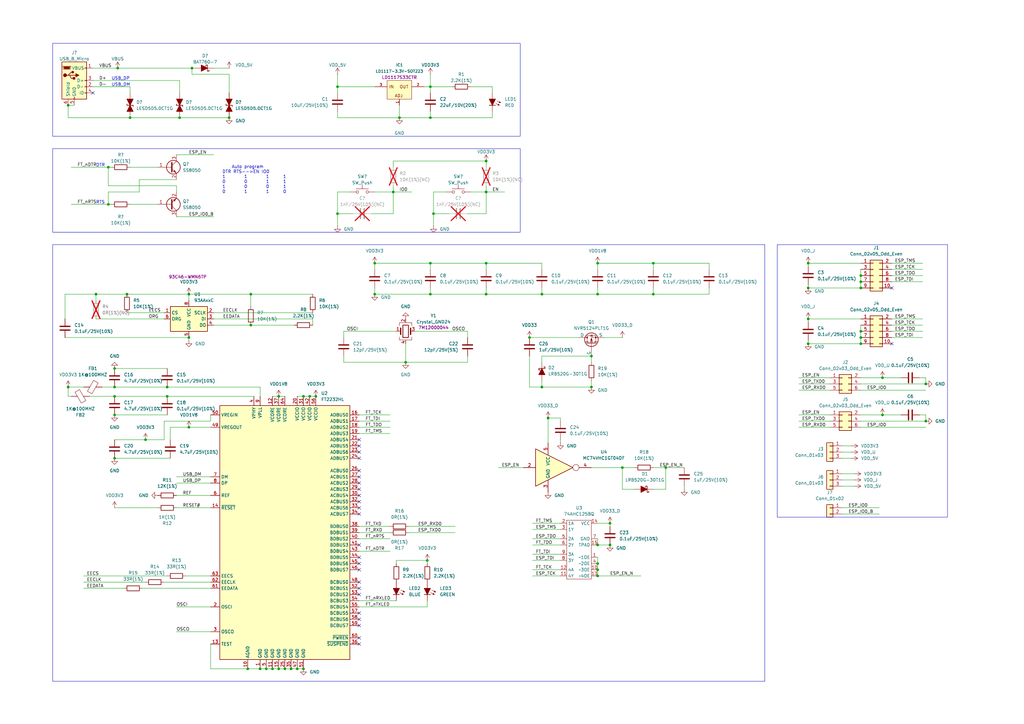
<source format=kicad_sch>
(kicad_sch (version 20250114) (generator "eeschema") (generator_version "9.0")
  (paper "A3")
  (rectangle (start 21.59 17.78) (end 213.36 55.88))
  (rectangle (start 21.59 60.96) (end 213.36 95.25))
  (rectangle (start 318.77 100.33) (end 388.62 212.09))
  (rectangle (start 21.59 100.33) (end 313.69 279.4))
  (text "     Auto program\n DTR RTS-->EN IO0\n 1        1        1      1\n 0        0        1      1\n 1        0        0      1\n 0        1        1      0" (at 90.17 73.66 0) (effects (font (size 1.27 1.27)) (justify left)))
  (text "DTR" (at 39.37 68.58 0) (effects (font (size 1.27 1.27)) (justify left bottom)))
  (text "RTS" (at 39.37 83.82 0) (effects (font (size 1.27 1.27)) (justify left bottom)))
  (text "USB_DP" (at 45.72 33.02 0) (effects (font (size 1.27 1.27)) (justify left bottom)))
  (text "USB_DM\n" (at 45.72 35.56 0) (effects (font (size 1.27 1.27)) (justify left bottom)))
  (junction (at 163.83 48.26))
  (junction (at 361.95 170.18))
  (junction (at 224.79 171.45))
  (junction (at 379.73 157.48))
  (junction (at 153.67 107.95))
  (junction (at 46.99 162.56))
  (junction (at 46.99 187.96))
  (junction (at 222.25 158.75))
  (junction (at 331.47 107.95))
  (junction (at 176.53 120.65))
  (junction (at 46.99 170.18))
  (junction (at 199.39 78.74))
  (junction (at 68.58 158.75))
  (junction (at 245.11 233.68))
  (junction (at 46.99 151.13))
  (junction (at 353.06 115.57))
  (junction (at 48.26 27.94))
  (junction (at 331.47 118.11))
  (junction (at 166.37 148.59))
  (junction (at 245.11 236.22))
  (junction (at 119.38 274.32))
  (junction (at 199.39 66.04))
  (junction (at 101.6 274.32))
  (junction (at 176.53 107.95))
  (junction (at 273.05 191.77))
  (junction (at 106.68 274.32))
  (junction (at 176.53 48.26))
  (junction (at 217.17 138.43))
  (junction (at 175.26 229.87))
  (junction (at 177.8 87.63))
  (junction (at 116.84 274.32))
  (junction (at 121.92 274.32))
  (junction (at 353.06 140.97))
  (junction (at 242.57 146.05))
  (junction (at 222.25 120.65))
  (junction (at 124.46 274.32))
  (junction (at 109.22 274.32))
  (junction (at 111.76 274.32))
  (junction (at 250.19 223.52))
  (junction (at 46.99 158.75))
  (junction (at 73.66 48.26))
  (junction (at 245.11 107.95))
  (junction (at 331.47 130.81))
  (junction (at 379.73 172.72))
  (junction (at 52.07 120.65))
  (junction (at 138.43 35.56))
  (junction (at 255.27 191.77))
  (junction (at 245.11 223.52))
  (junction (at 59.69 180.34))
  (junction (at 353.06 135.89))
  (junction (at 127 162.56))
  (junction (at 114.3 162.56))
  (junction (at 77.47 120.65))
  (junction (at 53.34 48.26))
  (junction (at 199.39 107.95))
  (junction (at 39.37 120.65))
  (junction (at 124.46 162.56))
  (junction (at 44.45 68.58))
  (junction (at 102.87 133.35))
  (junction (at 27.94 43.18))
  (junction (at 353.06 113.03))
  (junction (at 250.19 214.63))
  (junction (at 138.43 87.63))
  (junction (at 245.11 231.14))
  (junction (at 176.53 35.56))
  (junction (at 27.94 158.75))
  (junction (at 267.97 107.95))
  (junction (at 114.3 274.32))
  (junction (at 353.06 118.11))
  (junction (at 153.67 120.65))
  (junction (at 267.97 120.65))
  (junction (at 361.95 154.94))
  (junction (at 199.39 120.65))
  (junction (at 77.47 175.26))
  (junction (at 77.47 138.43))
  (junction (at 242.57 158.75))
  (junction (at 129.54 162.56))
  (junction (at 102.87 120.65))
  (junction (at 331.47 140.97))
  (junction (at 161.29 78.74))
  (junction (at 44.45 83.82))
  (junction (at 68.58 162.56))
  (junction (at 245.11 120.65))
  (junction (at 78.74 27.94))
  (junction (at 353.06 138.43))
  (junction (at 93.98 48.26))
  (no_connect (at 147.32 198.12))
  (no_connect (at 147.32 208.28))
  (no_connect (at 38.1 38.1))
  (no_connect (at 365.76 140.97))
  (no_connect (at 147.32 254))
  (no_connect (at 147.32 185.42))
  (no_connect (at 147.32 256.54))
  (no_connect (at 147.32 241.3))
  (no_connect (at 147.32 210.82))
  (no_connect (at 147.32 264.16))
  (no_connect (at 147.32 205.74))
  (no_connect (at 147.32 231.14))
  (no_connect (at 147.32 223.52))
  (no_connect (at 147.32 243.84))
  (no_connect (at 147.32 228.6))
  (no_connect (at 365.76 118.11))
  (no_connect (at 147.32 193.04))
  (no_connect (at 147.32 233.68))
  (no_connect (at 147.32 261.62))
  (no_connect (at 147.32 195.58))
  (no_connect (at 147.32 182.88))
  (no_connect (at 147.32 203.2))
  (no_connect (at 147.32 180.34))
  (no_connect (at 147.32 200.66))
  (no_connect (at 147.32 187.96))
  (no_connect (at 147.32 238.76))
  (no_connect (at 147.32 251.46))
  (wire (pts (xy 365.76 113.03) (xy 378.46 113.03)))
  (wire (pts (xy 86.36 172.72) (xy 67.31 172.72)))
  (wire (pts (xy 46.99 162.56) (xy 68.58 162.56)))
  (wire (pts (xy 327.66 172.72) (xy 340.36 172.72)))
  (wire (pts (xy 26.67 138.43) (xy 77.47 138.43)))
  (wire (pts (xy 38.1 35.56) (xy 53.34 35.56)))
  (wire (pts (xy 247.65 138.43) (xy 255.27 138.43)))
  (wire (pts (xy 77.47 139.7) (xy 77.47 138.43)))
  (wire (pts (xy 191.77 138.43) (xy 191.77 135.89)))
  (wire (pts (xy 124.46 162.56) (xy 127 162.56)))
  (wire (pts (xy 72.39 195.58) (xy 86.36 195.58)))
  (wire (pts (xy 44.45 78.74) (xy 57.15 78.74)))
  (wire (pts (xy 365.76 110.49) (xy 378.46 110.49)))
  (wire (pts (xy 147.32 246.38) (xy 162.56 246.38)))
  (wire (pts (xy 140.97 135.89) (xy 140.97 138.43)))
  (wire (pts (xy 128.27 133.35) (xy 128.27 130.81)))
  (wire (pts (xy 176.53 48.26) (xy 163.83 48.26)))
  (wire (pts (xy 349.25 182.88) (xy 345.44 182.88)))
  (wire (pts (xy 170.18 135.89) (xy 191.77 135.89)))
  (wire (pts (xy 176.53 35.56) (xy 185.42 35.56)))
  (wire (pts (xy 222.25 148.59) (xy 222.25 146.05)))
  (wire (pts (xy 121.92 162.56) (xy 124.46 162.56)))
  (wire (pts (xy 224.79 171.45) (xy 224.79 181.61)))
  (wire (pts (xy 44.45 76.2) (xy 72.39 76.2)))
  (wire (pts (xy 361.95 170.18) (xy 369.57 170.18)))
  (wire (pts (xy 44.45 68.58) (xy 44.45 76.2)))
  (wire (pts (xy 140.97 135.89) (xy 162.56 135.89)))
  (wire (pts (xy 162.56 229.87) (xy 175.26 229.87)))
  (wire (pts (xy 218.44 214.63) (xy 229.87 214.63)))
  (wire (pts (xy 331.47 139.7) (xy 331.47 140.97)))
  (wire (pts (xy 26.67 120.65) (xy 39.37 120.65)))
  (wire (pts (xy 175.26 246.38) (xy 175.26 248.92)))
  (wire (pts (xy 67.31 180.34) (xy 59.69 180.34)))
  (wire (pts (xy 199.39 118.11) (xy 199.39 120.65)))
  (wire (pts (xy 222.25 120.65) (xy 245.11 120.65)))
  (wire (pts (xy 327.66 160.02) (xy 340.36 160.02)))
  (wire (pts (xy 365.76 138.43) (xy 378.46 138.43)))
  (wire (pts (xy 138.43 38.1) (xy 138.43 35.56)))
  (wire (pts (xy 160.02 177.8) (xy 147.32 177.8)))
  (wire (pts (xy 350.52 194.31) (xy 345.44 194.31)))
  (wire (pts (xy 167.64 215.9) (xy 186.69 215.9)))
  (wire (pts (xy 222.25 158.75) (xy 242.57 158.75)))
  (wire (pts (xy 77.47 175.26) (xy 69.85 175.26)))
  (wire (pts (xy 229.87 171.45) (xy 229.87 172.72)))
  (wire (pts (xy 101.6 274.32) (xy 106.68 274.32)))
  (wire (pts (xy 353.06 133.35) (xy 353.06 135.89)))
  (wire (pts (xy 140.97 148.59) (xy 166.37 148.59)))
  (wire (pts (xy 138.43 48.26) (xy 138.43 45.72)))
  (wire (pts (xy 102.87 125.73) (xy 102.87 120.65)))
  (wire (pts (xy 34.29 241.3) (xy 50.8 241.3)))
  (wire (pts (xy 73.66 33.02) (xy 73.66 38.1)))
  (wire (pts (xy 143.51 78.74) (xy 138.43 78.74)))
  (wire (pts (xy 87.63 133.35) (xy 102.87 133.35)))
  (wire (pts (xy 255.27 200.66) (xy 260.35 200.66)))
  (wire (pts (xy 86.36 274.32) (xy 101.6 274.32)))
  (wire (pts (xy 379.73 170.18) (xy 379.73 172.72)))
  (wire (pts (xy 267.97 107.95) (xy 290.83 107.95)))
  (wire (pts (xy 27.94 48.26) (xy 53.34 48.26)))
  (wire (pts (xy 218.44 220.98) (xy 229.87 220.98)))
  (wire (pts (xy 217.17 158.75) (xy 222.25 158.75)))
  (wire (pts (xy 72.39 76.2) (xy 72.39 78.74)))
  (wire (pts (xy 46.99 208.28) (xy 64.77 208.28)))
  (wire (pts (xy 199.39 120.65) (xy 222.25 120.65)))
  (wire (pts (xy 176.53 45.72) (xy 176.53 48.26)))
  (wire (pts (xy 377.19 170.18) (xy 379.73 170.18)))
  (wire (pts (xy 273.05 191.77) (xy 280.67 191.77)))
  (wire (pts (xy 255.27 191.77) (xy 255.27 200.66)))
  (wire (pts (xy 242.57 156.21) (xy 242.57 158.75)))
  (wire (pts (xy 102.87 133.35) (xy 120.65 133.35)))
  (wire (pts (xy 350.52 199.39) (xy 345.44 199.39)))
  (wire (pts (xy 222.25 107.95) (xy 222.25 110.49)))
  (wire (pts (xy 160.02 170.18) (xy 147.32 170.18)))
  (wire (pts (xy 199.39 66.04) (xy 199.39 68.58)))
  (wire (pts (xy 138.43 30.48) (xy 138.43 35.56)))
  (wire (pts (xy 176.53 107.95) (xy 199.39 107.95)))
  (wire (pts (xy 245.11 231.14) (xy 245.11 233.68)))
  (wire (pts (xy 27.94 162.56) (xy 29.21 162.56)))
  (wire (pts (xy 46.99 170.18) (xy 68.58 170.18)))
  (wire (pts (xy 377.19 154.94) (xy 379.73 154.94)))
  (wire (pts (xy 53.34 83.82) (xy 64.77 83.82)))
  (wire (pts (xy 255.27 191.77) (xy 260.35 191.77)))
  (wire (pts (xy 147.32 248.92) (xy 175.26 248.92)))
  (wire (pts (xy 46.99 158.75) (xy 68.58 158.75)))
  (wire (pts (xy 46.99 151.13) (xy 68.58 151.13)))
  (wire (pts (xy 77.47 120.65) (xy 77.47 123.19)))
  (wire (pts (xy 46.99 187.96) (xy 69.85 187.96)))
  (wire (pts (xy 116.84 274.32) (xy 119.38 274.32)))
  (wire (pts (xy 161.29 78.74) (xy 168.91 78.74)))
  (wire (pts (xy 161.29 76.2) (xy 161.29 78.74)))
  (wire (pts (xy 267.97 120.65) (xy 290.83 120.65)))
  (wire (pts (xy 365.76 115.57) (xy 378.46 115.57)))
  (wire (pts (xy 176.53 120.65) (xy 199.39 120.65)))
  (wire (pts (xy 86.36 175.26) (xy 77.47 175.26)))
  (wire (pts (xy 379.73 172.72) (xy 353.06 172.72)))
  (wire (pts (xy 34.29 238.76) (xy 59.69 238.76)))
  (wire (pts (xy 111.76 274.32) (xy 114.3 274.32)))
  (wire (pts (xy 161.29 78.74) (xy 153.67 78.74)))
  (wire (pts (xy 72.39 248.92) (xy 86.36 248.92)))
  (wire (pts (xy 127 162.56) (xy 129.54 162.56)))
  (wire (pts (xy 177.8 87.63) (xy 184.15 87.63)))
  (wire (pts (xy 222.25 146.05) (xy 242.57 146.05)))
  (wire (pts (xy 27.94 158.75) (xy 34.29 158.75)))
  (wire (pts (xy 153.67 107.95) (xy 153.67 110.49)))
  (wire (pts (xy 138.43 87.63) (xy 138.43 92.71)))
  (wire (pts (xy 353.06 154.94) (xy 361.95 154.94)))
  (wire (pts (xy 152.4 87.63) (xy 161.29 87.63)))
  (wire (pts (xy 102.87 120.65) (xy 128.27 120.65)))
  (wire (pts (xy 166.37 148.59) (xy 191.77 148.59)))
  (wire (pts (xy 218.44 227.33) (xy 229.87 227.33)))
  (wire (pts (xy 44.45 83.82) (xy 45.72 83.82)))
  (wire (pts (xy 29.21 83.82) (xy 44.45 83.82)))
  (wire (pts (xy 39.37 120.65) (xy 52.07 120.65)))
  (wire (pts (xy 167.64 218.44) (xy 186.69 218.44)))
  (wire (pts (xy 76.2 236.22) (xy 86.36 236.22)))
  (wire (pts (xy 361.95 154.94) (xy 369.57 154.94)))
  (wire (pts (xy 48.26 27.94) (xy 78.74 27.94)))
  (wire (pts (xy 245.11 107.95) (xy 245.11 110.49)))
  (wire (pts (xy 245.11 107.95) (xy 267.97 107.95)))
  (wire (pts (xy 365.76 135.89) (xy 378.46 135.89)))
  (wire (pts (xy 250.19 214.63) (xy 250.19 215.9)))
  (wire (pts (xy 161.29 66.04) (xy 161.29 68.58)))
  (wire (pts (xy 153.67 118.11) (xy 153.67 120.65)))
  (wire (pts (xy 176.53 35.56) (xy 176.53 38.1)))
  (wire (pts (xy 119.38 274.32) (xy 121.92 274.32)))
  (wire (pts (xy 353.06 138.43) (xy 353.06 140.97)))
  (wire (pts (xy 77.47 120.65) (xy 102.87 120.65)))
  (wire (pts (xy 176.53 30.48) (xy 176.53 35.56)))
  (wire (pts (xy 290.83 110.49) (xy 290.83 107.95)))
  (wire (pts (xy 114.3 274.32) (xy 116.84 274.32)))
  (wire (pts (xy 353.06 170.18) (xy 361.95 170.18)))
  (wire (pts (xy 161.29 87.63) (xy 161.29 78.74)))
  (wire (pts (xy 182.88 78.74) (xy 177.8 78.74)))
  (wire (pts (xy 224.79 171.45) (xy 229.87 171.45)))
  (wire (pts (xy 353.06 113.03) (xy 353.06 115.57)))
  (wire (pts (xy 173.99 35.56) (xy 176.53 35.56)))
  (wire (pts (xy 177.8 78.74) (xy 177.8 87.63)))
  (wire (pts (xy 222.25 158.75) (xy 222.25 156.21)))
  (wire (pts (xy 87.63 128.27) (xy 128.27 128.27)))
  (wire (pts (xy 327.66 170.18) (xy 340.36 170.18)))
  (wire (pts (xy 153.67 107.95) (xy 176.53 107.95)))
  (wire (pts (xy 331.47 107.95) (xy 331.47 109.22)))
  (wire (pts (xy 72.39 259.08) (xy 86.36 259.08)))
  (wire (pts (xy 58.42 241.3) (xy 86.36 241.3)))
  (wire (pts (xy 176.53 118.11) (xy 176.53 120.65)))
  (wire (pts (xy 273.05 200.66) (xy 273.05 191.77)))
  (wire (pts (xy 267.97 200.66) (xy 273.05 200.66)))
  (wire (pts (xy 68.58 158.75) (xy 106.68 158.75)))
  (wire (pts (xy 138.43 87.63) (xy 144.78 87.63)))
  (wire (pts (xy 267.97 107.95) (xy 267.97 110.49)))
  (wire (pts (xy 52.07 120.65) (xy 77.47 120.65)))
  (wire (pts (xy 57.15 73.66) (xy 72.39 73.66)))
  (wire (pts (xy 245.11 228.6) (xy 245.11 231.14)))
  (wire (pts (xy 67.31 238.76) (xy 86.36 238.76)))
  (wire (pts (xy 27.94 43.18) (xy 30.48 43.18)))
  (wire (pts (xy 138.43 35.56) (xy 153.67 35.56)))
  (wire (pts (xy 86.36 264.16) (xy 86.36 274.32)))
  (wire (pts (xy 365.76 107.95) (xy 378.46 107.95)))
  (wire (pts (xy 199.39 78.74) (xy 207.01 78.74)))
  (wire (pts (xy 160.02 175.26) (xy 147.32 175.26)))
  (wire (pts (xy 245.11 120.65) (xy 267.97 120.65)))
  (wire (pts (xy 86.36 170.18) (xy 86.36 172.72)))
  (wire (pts (xy 106.68 274.32) (xy 109.22 274.32)))
  (wire (pts (xy 331.47 116.84) (xy 331.47 118.11)))
  (wire (pts (xy 199.39 107.95) (xy 222.25 107.95)))
  (wire (pts (xy 38.1 27.94) (xy 48.26 27.94)))
  (wire (pts (xy 218.44 233.68) (xy 229.87 233.68)))
  (wire (pts (xy 26.67 120.65) (xy 26.67 130.81)))
  (wire (pts (xy 114.3 162.56) (xy 116.84 162.56)))
  (wire (pts (xy 69.85 175.26) (xy 69.85 180.34)))
  (wire (pts (xy 242.57 191.77) (xy 255.27 191.77)))
  (wire (pts (xy 327.66 157.48) (xy 340.36 157.48)))
  (wire (pts (xy 138.43 78.74) (xy 138.43 87.63)))
  (wire (pts (xy 245.11 223.52) (xy 250.19 223.52)))
  (wire (pts (xy 353.06 107.95) (xy 331.47 107.95)))
  (wire (pts (xy 39.37 123.19) (xy 39.37 120.65)))
  (wire (pts (xy 147.32 220.98) (xy 160.02 220.98)))
  (wire (pts (xy 245.11 236.22) (xy 262.89 236.22)))
  (wire (pts (xy 59.69 180.34) (xy 46.99 180.34)))
  (wire (pts (xy 36.83 162.56) (xy 46.99 162.56)))
  (wire (pts (xy 53.34 48.26) (xy 73.66 48.26)))
  (wire (pts (xy 331.47 130.81) (xy 331.47 132.08)))
  (wire (pts (xy 72.39 208.28) (xy 86.36 208.28)))
  (wire (pts (xy 280.67 200.66) (xy 280.67 199.39)))
  (wire (pts (xy 147.32 218.44) (xy 160.02 218.44)))
  (wire (pts (xy 353.06 135.89) (xy 353.06 138.43)))
  (wire (pts (xy 365.76 133.35) (xy 378.46 133.35)))
  (wire (pts (xy 199.39 78.74) (xy 193.04 78.74)))
  (wire (pts (xy 201.93 35.56) (xy 201.93 38.1)))
  (wire (pts (xy 38.1 33.02) (xy 73.66 33.02)))
  (wire (pts (xy 87.63 27.94) (xy 93.98 27.94)))
  (wire (pts (xy 44.45 68.58) (xy 45.72 68.58)))
  (wire (pts (xy 72.39 88.9) (xy 87.63 88.9)))
  (wire (pts (xy 177.8 87.63) (xy 177.8 92.71)))
  (wire (pts (xy 44.45 78.74) (xy 44.45 83.82)))
  (wire (pts (xy 350.52 196.85) (xy 345.44 196.85)))
  (wire (pts (xy 327.66 154.94) (xy 340.36 154.94)))
  (wire (pts (xy 267.97 118.11) (xy 267.97 120.65)))
  (wire (pts (xy 191.77 87.63) (xy 199.39 87.63)))
  (wire (pts (xy 245.11 233.68) (xy 245.11 236.22)))
  (wire (pts (xy 52.07 128.27) (xy 67.31 128.27)))
  (wire (pts (xy 331.47 118.11) (xy 353.06 118.11)))
  (wire (pts (xy 41.91 158.75) (xy 46.99 158.75)))
  (wire (pts (xy 353.06 160.02) (xy 379.73 160.02)))
  (wire (pts (xy 163.83 43.18) (xy 163.83 48.26)))
  (wire (pts (xy 78.74 30.48) (xy 93.98 30.48)))
  (wire (pts (xy 379.73 154.94) (xy 379.73 157.48)))
  (wire (pts (xy 78.74 27.94) (xy 78.74 30.48)))
  (wire (pts (xy 166.37 148.59) (xy 166.37 140.97)))
  (wire (pts (xy 218.44 229.87) (xy 229.87 229.87)))
  (wire (pts (xy 29.21 68.58) (xy 44.45 68.58)))
  (wire (pts (xy 162.56 231.14) (xy 162.56 229.87)))
  (wire (pts (xy 218.44 236.22) (xy 229.87 236.22)))
  (wire (pts (xy 93.98 30.48) (xy 93.98 38.1)))
  (wire (pts (xy 72.39 63.5) (xy 87.63 63.5)))
  (wire (pts (xy 345.44 210.82) (xy 360.68 210.82)))
  (wire (pts (xy 199.39 107.95) (xy 199.39 110.49)))
  (wire (pts (xy 27.94 158.75) (xy 27.94 162.56)))
  (wire (pts (xy 349.25 185.42) (xy 345.44 185.42)))
  (wire (pts (xy 67.31 172.72) (xy 67.31 180.34)))
  (wire (pts (xy 327.66 175.26) (xy 340.36 175.26)))
  (wire (pts (xy 365.76 130.81) (xy 378.46 130.81)))
  (wire (pts (xy 267.97 191.77) (xy 273.05 191.77)))
  (wire (pts (xy 229.87 181.61) (xy 229.87 180.34)))
  (wire (pts (xy 175.26 229.87) (xy 175.26 231.14)))
  (wire (pts (xy 242.57 146.05) (xy 242.57 148.59)))
  (wire (pts (xy 68.58 162.56) (xy 104.14 162.56)))
  (wire (pts (xy 160.02 226.06) (xy 147.32 226.06)))
  (wire (pts (xy 199.39 87.63) (xy 199.39 78.74)))
  (wire (pts (xy 27.94 48.26) (xy 27.94 43.18)))
  (wire (pts (xy 53.34 68.58) (xy 64.77 68.58)))
  (wire (pts (xy 72.39 198.12) (xy 86.36 198.12)))
  (wire (pts (xy 111.76 162.56) (xy 114.3 162.56)))
  (wire (pts (xy 78.74 27.94) (xy 80.01 27.94)))
  (wire (pts (xy 201.93 45.72) (xy 201.93 48.26)))
  (wire (pts (xy 345.44 208.28) (xy 360.68 208.28)))
  (wire (pts (xy 379.73 157.48) (xy 353.06 157.48)))
  (wire (pts (xy 176.53 107.95) (xy 176.53 110.49)))
  (wire (pts (xy 57.15 78.74) (xy 57.15 73.66)))
  (wire (pts (xy 217.17 146.05) (xy 217.17 158.75)))
  (wire (pts (xy 87.63 130.81) (xy 128.27 130.81)))
  (wire (pts (xy 34.29 236.22) (xy 68.58 236.22)))
  (wire (pts (xy 222.25 118.11) (xy 222.25 120.65)))
  (wire (pts (xy 204.47 191.77) (xy 214.63 191.77)))
  (wire (pts (xy 109.22 274.32) (xy 111.76 274.32)))
  (wire (pts (xy 201.93 48.26) (xy 176.53 48.26)))
  (wire (pts (xy 217.17 138.43) (xy 237.49 138.43)))
  (wire (pts (xy 245.11 118.11) (xy 245.11 120.65)))
  (wire (pts (xy 39.37 130.81) (xy 67.31 130.81)))
  (wire (pts (xy 199.39 76.2) (xy 199.39 78.74)))
  (wire (pts (xy 353.06 110.49) (xy 353.06 113.03)))
  (wire (pts (xy 353.06 115.57) (xy 353.06 118.11)))
  (wire (pts (xy 72.39 203.2) (xy 86.36 203.2)))
  (wire (pts (xy 163.83 48.26) (xy 138.43 48.26)))
  (wire (pts (xy 121.92 274.32) (xy 124.46 274.32)))
  (wire (pts (xy 193.04 35.56) (xy 201.93 35.56)))
  (wire (pts (xy 53.34 35.56) (xy 53.34 38.1)))
  (wire (pts (xy 153.67 120.65) (xy 176.53 120.65)))
  (wire (pts (xy 218.44 223.52) (xy 229.87 223.52)))
  (wire (pts (xy 331.47 140.97) (xy 353.06 140.97)))
  (wire (pts (xy 106.68 162.56) (xy 106.68 158.75)))
  (wire (pts (xy 140.97 146.05) (xy 140.97 148.59)))
  (wire (pts (xy 290.83 120.65) (xy 290.83 118.11)))
  (wire (pts (xy 161.29 66.04) (xy 199.39 66.04)))
  (wire (pts (xy 353.06 175.26) (xy 379.73 175.26)))
  (wire (pts (xy 218.44 217.17) (xy 229.87 217.17)))
  (wire (pts (xy 245.11 220.98) (xy 245.11 223.52)))
  (wire (pts (xy 245.11 214.63) (xy 250.19 214.63)))
  (wire (pts (xy 349.25 187.96) (xy 345.44 187.96)))
  (wire (pts (xy 191.77 148.59) (xy 191.77 146.05)))
  (wire (pts (xy 353.06 130.81) (xy 331.47 130.81)))
  (wire (pts (xy 147.32 215.9) (xy 160.02 215.9)))
  (wire (pts (xy 73.66 48.26) (xy 93.98 48.26)))
  (wire (pts (xy 160.02 172.72) (xy 147.32 172.72)))
  (label "D+" (at 40.64 33.02 0))
  (label "ESP_IO0_B" (at 77.47 88.9 0))
  (label "REF" (at 74.93 203.2 0))
  (label "ESP_EN" (at 328.93 170.18 0))
  (label "ESP_TDI" (at 219.71 229.87 0))
  (label "D-" (at 40.64 35.56 0))
  (label "OSCO" (at 72.39 259.08 0))
  (label "ESP_TDI" (at 367.03 115.57 0))
  (label "FT_TMS" (at 219.71 214.63 0))
  (label "ESP_EN" (at 328.93 154.94 0))
  (label "FT_nDTR" (at 149.86 226.06 0))
  (label "EECLK" (at 35.5768 238.76 0))
  (label "FT_TXD" (at 149.86 215.9 0))
  (label "FT_TDI" (at 219.71 227.33 0))
  (label "EEDATA" (at 91.44 130.81 0))
  (label "ESP_TDO" (at 367.03 113.03 0))
  (label "EECS" (at 60.96 128.27 0))
  (label "VBUS" (at 40.64 27.94 0))
  (label "ESP_EN_N" (at 270.51 191.77 0))
  (label "FT_TDO" (at 149.86 175.26 0))
  (label "FT_RXD" (at 149.86 218.44 0))
  (label "RESET#" (at 74.93 208.28 0))
  (label "FT_TDO" (at 219.71 223.52 0))
  (label "FT_nRXLED" (at 149.86 246.38 0))
  (label "ESP_TDO" (at 219.71 220.98 0))
  (label "IO0" (at 163.83 78.74 0))
  (label "FT_nDTR" (at 31.75 68.58 0))
  (label "FT_nRTS" (at 31.75 83.82 0))
  (label "ESP_IO0" (at 347.98 208.28 0))
  (label "FT_TMS" (at 149.86 177.8 0))
  (label "ESP_EN" (at 205.74 191.77 0))
  (label "USB_DP" (at 74.93 198.12 0))
  (label "FT_nTXLED" (at 149.86 248.92 0))
  (label "OSCO" (at 185.42 135.89 0))
  (label "ESP_TXD0" (at 328.93 172.72 0))
  (label "EECLK" (at 91.44 128.27 0))
  (label "FT_TCK" (at 149.86 170.18 0))
  (label "ESP_RXD0" (at 328.93 175.26 0))
  (label "ESP_TMS" (at 367.03 107.95 0))
  (label "ESP_IO0_B" (at 347.98 210.82 0))
  (label "EN" (at 201.93 78.74 0))
  (label "ESP_TMS" (at 219.71 217.17 0))
  (label "ESP_EN_N" (at 250.19 236.22 0))
  (label "USB_DM" (at 74.93 195.58 0))
  (label "ESP_IO0" (at 355.6 175.26 0))
  (label "ESP_TMS" (at 367.03 130.81 0))
  (label "ESP_TXD0" (at 328.93 157.48 0))
  (label "ESP_TCK" (at 367.03 133.35 0))
  (label "ESP_IO0" (at 355.6 160.02 0))
  (label "EEDATA" (at 35.56 241.3 0))
  (label "ESP_TXD0" (at 171.45 218.44 0))
  (label "ESP_TDO" (at 367.03 135.89 0))
  (label "ESP_EN" (at 77.47 63.5 0))
  (label "OSCI" (at 142.24 135.89 0))
  (label "FT_nRTS" (at 149.86 220.98 0))
  (label "ESP_RXD0" (at 171.45 215.9 0))
  (label "ESP_TCK" (at 219.71 236.22 0))
  (label "ESP_TCK" (at 367.03 110.49 0))
  (label "FT_TDI" (at 149.86 172.72 0))
  (label "ORG" (at 60.96 130.81 0))
  (label "EECS" (at 35.5768 236.22 0))
  (label "ESP_TDI" (at 367.03 138.43 0))
  (label "OSCI" (at 72.39 248.92 0))
  (label "FT_TCK" (at 219.71 233.68 0))
  (label "ESP_RXD0" (at 328.93 160.02 0))
  (symbol (lib_id "PCM_Resistor_AKL:R_1206") (at 124.46 133.35 270) (unit 1)
    (property "Reference" "R8" (at 124.46 127 90))
    (property "Value" "2.2K(1%)" (at 124.46 129.54 90))
    (property "Footprint" "PCM_Resistor_SMD_AKL:R_1206_3216Metric" (effects (hide yes)))
    (property "Description" "SMD 1206 Chip Resistor, European Symbol, Alternate KiCad Library" (effects (hide yes)))
  )
  (symbol (lib_id "PCM_Resistor_AKL:R_1206") (at 52.07 124.46 180) (unit 1)
    (property "Reference" "R5" (at 54.61 123.1899 0) (effects (justify right)))
    (property "Value" "10K(1%)" (at 54.61 125.7299 0) (effects (justify right)))
    (property "Footprint" "PCM_Resistor_SMD_AKL:R_1206_3216Metric" (effects (hide yes)))
    (property "Description" "SMD 1206 Chip Resistor, European Symbol, Alternate KiCad Library" (effects (hide yes)))
  )
  (symbol (lib_id "Transistor_BJT:SS8050") (at 69.85 68.58 0) (unit 1)
    (property "Reference" "Q?" (at 74.93 67.3099 0) (effects (justify left)))
    (property "Value" "SS8050" (at 74.93 69.8499 0) (effects (justify left)))
    (property "Footprint" "Package_TO_SOT_SMD:SOT-23" (effects (hide yes)))
    (property "Datasheet" "http://www.secosgmbh.com/datasheet/products/SSMPTransistor/SOT-23/SS8050.pdf" (effects (hide yes)))
    (property "Description" "General Purpose NPN Transistor, 1.5A Ic, 25V Vce, SOT-23" (effects (hide yes)))
  )
  (symbol (lib_id "power:GND") (at 250.19 223.52 0) (unit 1)
    (property "Reference" "#PWR038" (effects (hide yes)))
    (property "Value" "GND" (at 252.73 224.7899 0) (effects (justify left)))
    (property "Description" "Power symbol creates a global label with name \"GND\" , ground" (effects (hide yes)))
  )
  (symbol (lib_id "PCM_Resistor_AKL:R_1206") (at 49.53 83.82 90) (unit 1)
    (property "Reference" "R?" (at 49.53 88.9 90))
    (property "Value" "10K(1%)" (at 49.53 91.44 90))
    (property "Footprint" "PCM_Resistor_SMD_AKL:R_1206_3216Metric" (effects (hide yes)))
    (property "Description" "SMD 1206 Chip Resistor, European Symbol, Alternate KiCad Library" (effects (hide yes)))
  )
  (symbol (lib_id "PCM_Capacitor_AKL:C_1206") (at 153.67 114.3 180) (unit 1)
    (property "Reference" "C7" (at 157.48 113.0299 0) (effects (justify right)))
    (property "Value" "0.1uF/25V(10%)" (at 157.48 115.5699 0) (effects (justify right)))
    (property "Footprint" "PCM_Capacitor_SMD_AKL:C_1206_3216Metric" (effects (hide yes)))
    (property "Description" "SMD 1206 MLCC capacitor, Alternate KiCad Library" (effects (hide yes)))
  )
  (symbol (lib_id "PCM_Resistor_AKL:R_1206") (at 54.61 241.3 270) (unit 1)
    (property "Reference" "R15" (at 54.61 234.95 90))
    (property "Value" "33R(1%)" (at 54.61 237.49 90))
    (property "Footprint" "PCM_Resistor_SMD_AKL:R_1206_3216Metric" (effects (hide yes)))
    (property "Description" "SMD 1206 Chip Resistor, European Symbol, Alternate KiCad Library" (effects (hide yes)))
  )
  (symbol (lib_id "PCM_Capacitor_AKL:C_1206") (at 68.58 166.37 180) (unit 1)
    (property "Reference" "C18" (at 72.39 165.0999 0) (effects (justify right)))
    (property "Value" "0.1uF/25V(10%)" (at 72.39 167.6399 0) (effects (justify right)))
    (property "Footprint" "PCM_Capacitor_SMD_AKL:C_1206_3216Metric" (effects (hide yes)))
    (property "Description" "SMD 1206 MLCC capacitor, Alternate KiCad Library" (effects (hide yes)))
  )
  (symbol (lib_id "PCM_Capacitor_AKL:C_1206") (at 187.96 87.63 270) (unit 1) (dnp yes)
    (property "Reference" "C?" (at 187.96 81.28 90))
    (property "Value" "1nF/25V(10%)(NC)" (at 187.96 83.82 90))
    (property "Footprint" "PCM_Capacitor_SMD_AKL:C_1206_3216Metric" (effects (hide yes)))
    (property "Description" "SMD 1206 MLCC capacitor, Alternate KiCad Library" (effects (hide yes)))
  )
  (symbol (lib_id "power:GND") (at 138.43 92.71 0) (unit 1)
    (property "Reference" "#PWR?" (effects (hide yes)))
    (property "Value" "GND" (at 140.97 93.9799 0) (effects (justify left)))
    (property "Description" "Power symbol creates a global label with name \"GND\" , ground" (effects (hide yes)))
  )
  (symbol (lib_id "power:GND") (at 379.73 157.48 90) (unit 1)
    (property "Reference" "#PWR010" (effects (hide yes)))
    (property "Value" "GND" (at 383.54 157.4799 90) (effects (justify right)))
    (property "Description" "Power symbol creates a global label with name \"GND\" , ground" (effects (hide yes)))
  )
  (symbol (lib_id "power:+5V") (at 350.52 196.85 270) (unit 1)
    (property "Reference" "#PWR018" (effects (hide yes)))
    (property "Value" "VDD_J" (at 354.2438 196.8499 90) (effects (justify left)))
    (property "Description" "Power symbol creates a global label with name \"+5V\"" (effects (hide yes)))
  )
  (symbol (lib_id "power:GND") (at 124.46 274.32 0) (unit 1)
    (property "Reference" "#PWR025" (effects (hide yes)))
    (property "Value" "GND" (at 127 275.5899 0) (effects (justify left)))
    (property "Description" "Power symbol creates a global label with name \"GND\" , ground" (effects (hide yes)))
  )
  (symbol (lib_id "Connector_Generic:Conn_02x03_Odd_Even") (at 345.44 172.72 0) (unit 1)
    (property "Reference" "J5" (at 346.71 163.83 0))
    (property "Value" "Conn_02x03_Odd_Even" (at 346.71 166.37 0))
    (property "Description" "Generic connector, double row, 02x03, odd/even pin numbering scheme (row 1 odd numbers, row 2 even numbers), script generated (kicad-library-utils/schlib/autogen/connector/)" (effects (hide yes)))
  )
  (symbol (lib_id "power:+5V") (at 331.47 107.95 0) (unit 1)
    (property "Reference" "#PWR05" (effects (hide yes)))
    (property "Value" "VDD_J" (at 331.47 102.87 0))
    (property "Description" "Power symbol creates a global label with name \"+5V\"" (effects (hide yes)))
  )
  (symbol (lib_id "power:GND") (at 77.47 139.7 0) (unit 1)
    (property "Reference" "#PWR023" (effects (hide yes)))
    (property "Value" "GND" (at 80.01 140.9699 0) (effects (justify left)))
    (property "Description" "Power symbol creates a global label with name \"GND\" , ground" (effects (hide yes)))
  )
  (symbol (lib_id "Interface_USB:FT2232HL") (at 116.84 218.44 0) (unit 1)
    (property "Reference" "U2" (at 131.6833 161.29 0) (effects (justify left)))
    (property "Value" "FT2232HL" (at 131.6833 163.83 0) (effects (justify left)))
    (property "Footprint" "Package_QFP:LQFP-64_10x10mm_P0.5mm" (effects (hide yes)))
    (property "Datasheet" "https://www.ftdichip.com/Support/Documents/DataSheets/ICs/DS_FT2232H.pdf" (effects (hide yes)))
    (property "Description" "Hi Speed Double Channel USB UART/FIFO, LQFP-64" (effects (hide yes)))
  )
  (symbol (lib_id "Connector_Generic:Conn_01x03") (at 340.36 196.85 0) (mirror y) (unit 1)
    (property "Reference" "J6" (at 337.82 195.5799 0) (effects (justify left)))
    (property "Value" "Conn_01x03" (at 337.82 198.1199 0) (effects (justify left)))
    (property "Description" "Generic connector, single row, 01x03, script generated (kicad-library-utils/schlib/autogen/connector/)" (effects (hide yes)))
  )
  (symbol (lib_id "power:+5V") (at 217.17 138.43 0) (unit 1)
    (property "Reference" "#PWR045" (effects (hide yes)))
    (property "Value" "VDD33" (at 217.17 133.35 0))
    (property "Description" "Power symbol creates a global label with name \"+5V\"" (effects (hide yes)))
  )
  (symbol (lib_id "power:+5V") (at 153.67 107.95 0) (unit 1)
    (property "Reference" "#PWR019" (effects (hide yes)))
    (property "Value" "VDD3V3" (at 153.67 102.87 0))
    (property "Description" "Power symbol creates a global label with name \"+5V\"" (effects (hide yes)))
  )
  (symbol (lib_id "Library:LESD5D5.0CT1G") (at 93.98 43.18 90) (unit 1)
    (property "Reference" "D?" (at 96.52 41.9099 90) (effects (justify right)))
    (property "Value" "LESD5D5.0CT1G" (at 96.52 44.4499 90) (effects (justify right)))
    (property "Footprint" "Diode_SMD:D_SOD-523" (effects (hide yes)))
    (property "Datasheet" "https://www.jlc-smt.com/lcsc/detail?componentCode=C383211&spm=smt-pc.search-result.list.0" (effects (hide yes)))
    (property "Description" "Bidirectional TVS Diode, Generic symbol, Alternate KiCAD Library" (effects (hide yes)))
  )
  (symbol (lib_id "power:+5V") (at 59.69 180.34 0) (unit 1)
    (property "Reference" "#PWR031" (effects (hide yes)))
    (property "Value" "VDD3V3" (at 59.69 175.26 0))
    (property "Description" "Power symbol creates a global label with name \"+5V\"" (effects (hide yes)))
  )
  (symbol (lib_id "power:+5V") (at 199.39 66.04 0) (unit 1)
    (property "Reference" "#PWR04" (effects (hide yes)))
    (property "Value" "VDD3V3" (at 199.39 62.23 0))
    (property "Description" "Power symbol creates a global label with name \"+5V\"" (effects (hide yes)))
  )
  (symbol (lib_id "PCM_Resistor_AKL:R_1206") (at 128.27 124.46 180) (unit 1)
    (property "Reference" "R6" (at 130.81 123.1899 0) (effects (justify right)))
    (property "Value" "10K(1%)" (at 130.81 125.7299 0) (effects (justify right)))
    (property "Footprint" "PCM_Resistor_SMD_AKL:R_1206_3216Metric" (effects (hide yes)))
    (property "Description" "SMD 1206 Chip Resistor, European Symbol, Alternate KiCad Library" (effects (hide yes)))
  )
  (symbol (lib_id "power:GND") (at 93.98 48.26 0) (unit 1)
    (property "Reference" "#PWR?" (effects (hide yes)))
    (property "Value" "GND" (at 96.52 49.5299 0) (effects (justify left)))
    (property "Description" "Power symbol creates a global label with name \"GND\" , ground" (effects (hide yes)))
  )
  (symbol (lib_id "PCM_Resistor_AKL:R_1206") (at 49.53 68.58 90) (unit 1)
    (property "Reference" "R?" (at 49.53 63.5 90))
    (property "Value" "10K(1%)" (at 49.53 66.04 90))
    (property "Footprint" "PCM_Resistor_SMD_AKL:R_1206_3216Metric" (effects (hide yes)))
    (property "Description" "SMD 1206 Chip Resistor, European Symbol, Alternate KiCad Library" (effects (hide yes)))
  )
  (symbol (lib_id "power:+5V") (at 176.53 30.48 0) (unit 1)
    (property "Reference" "#PWR02" (effects (hide yes)))
    (property "Value" "VDD3V3" (at 176.53 26.67 0))
    (property "Description" "Power symbol creates a global label with name \"+5V\"" (effects (hide yes)))
  )
  (symbol (lib_id "power:+5V") (at 361.95 170.18 0) (unit 1)
    (property "Reference" "#PWR011" (effects (hide yes)))
    (property "Value" "VDD_U" (at 361.95 165.1 0))
    (property "Description" "Power symbol creates a global label with name \"+5V\"" (effects (hide yes)))
  )
  (symbol (lib_id "power:+5V") (at 175.26 229.87 0) (unit 1)
    (property "Reference" "#PWR024" (effects (hide yes)))
    (property "Value" "VDD3V3" (at 175.26 224.79 0))
    (property "Description" "Power symbol creates a global label with name \"+5V\"" (effects (hide yes)))
  )
  (symbol (lib_id "Connector_Generic:Conn_02x05_Odd_Even") (at 358.14 113.03 0) (unit 1)
    (property "Reference" "J1" (at 359.41 101.6 0))
    (property "Value" "Conn_02x05_Odd_Even" (at 359.41 104.14 0))
    (property "Description" "Generic connector, double row, 02x05, odd/even pin numbering scheme (row 1 odd numbers, row 2 even numbers), script generated (kicad-library-utils/schlib/autogen/connector/)" (effects (hide yes)))
  )
  (symbol (lib_id "Connector:USB_B_Micro") (at 30.48 33.02 0) (unit 1)
    (property "Reference" "J?" (at 30.48 21.59 0))
    (property "Value" "USB_B_Micro" (at 30.48 24.13 0))
    (property "Description" "USB Micro Type B connector" (effects (hide yes)))
  )
  (symbol (lib_id "PCM_Capacitor_AKL:C_1206") (at 280.67 195.58 180) (unit 1)
    (property "Reference" "C25" (at 284.48 194.3099 0) (effects (justify right)))
    (property "Value" "1uF/25V(10%)" (at 284.48 196.8499 0) (effects (justify right)))
    (property "Footprint" "PCM_Capacitor_SMD_AKL:C_1206_3216Metric" (effects (hide yes)))
    (property "Description" "SMD 1206 MLCC capacitor, Alternate KiCad Library" (effects (hide yes)))
  )
  (symbol (lib_id "Connector_Generic:Conn_02x05_Odd_Even") (at 358.14 135.89 0) (unit 1)
    (property "Reference" "J4" (at 359.41 124.46 0))
    (property "Value" "Conn_02x05_Odd_Even" (at 359.41 127 0))
    (property "Description" "Generic connector, double row, 02x05, odd/even pin numbering scheme (row 1 odd numbers, row 2 even numbers), script generated (kicad-library-utils/schlib/autogen/connector/)" (effects (hide yes)))
  )
  (symbol (lib_id "PCM_Resistor_AKL:R_1206") (at 189.23 35.56 90) (unit 1)
    (property "Reference" "R1" (at 189.23 30.48 90))
    (property "Value" "2.2K(1%)" (at 189.23 33.02 90))
    (property "Footprint" "PCM_Resistor_SMD_AKL:R_1206_3216Metric" (effects (hide yes)))
    (property "Description" "SMD 1206 Chip Resistor, European Symbol, Alternate KiCad Library" (effects (hide yes)))
  )
  (symbol (lib_id "power:+5V") (at 331.47 130.81 0) (unit 1)
    (property "Reference" "#PWR08" (effects (hide yes)))
    (property "Value" "VDD_J" (at 331.47 125.73 0))
    (property "Description" "Power symbol creates a global label with name \"+5V\"" (effects (hide yes)))
  )
  (symbol (lib_id "power:+5V") (at 138.43 30.48 0) (unit 1)
    (property "Reference" "#PWR01" (effects (hide yes)))
    (property "Value" "VDD_5V" (at 138.43 26.67 0))
    (property "Description" "Power symbol creates a global label with name \"+5V\"" (effects (hide yes)))
  )
  (symbol (lib_id "power:GND") (at 177.8 92.71 0) (unit 1)
    (property "Reference" "#PWR?" (effects (hide yes)))
    (property "Value" "GND" (at 180.34 93.9799 0) (effects (justify left)))
    (property "Description" "Power symbol creates a global label with name \"GND\" , ground" (effects (hide yes)))
  )
  (symbol (lib_id "PCM_Capacitor_AKL:C_1206") (at 222.25 114.3 180) (unit 1)
    (property "Reference" "C10" (at 226.06 113.0299 0) (effects (justify right)))
    (property "Value" "0.1uF/25V(10%)" (at 226.06 115.5699 0) (effects (justify right)))
    (property "Footprint" "PCM_Capacitor_SMD_AKL:C_1206_3216Metric" (effects (hide yes)))
    (property "Description" "SMD 1206 MLCC capacitor, Alternate KiCad Library" (effects (hide yes)))
  )
  (symbol (lib_id "power:+5V") (at 349.25 182.88 270) (unit 1)
    (property "Reference" "#PWR013" (effects (hide yes)))
    (property "Value" "VDD3V3" (at 353.06 182.8799 90) (effects (justify left)))
    (property "Description" "Power symbol creates a global label with name \"+5V\"" (effects (hide yes)))
  )
  (symbol (lib_id "power:+5V") (at 27.94 158.75 0) (unit 1)
    (property "Reference" "#PWR030" (effects (hide yes)))
    (property "Value" "VDD3V3" (at 27.94 153.67 0))
    (property "Description" "Power symbol creates a global label with name \"+5V\"" (effects (hide yes)))
  )
  (symbol (lib_id "power:GND") (at 224.79 201.93 0) (unit 1)
    (property "Reference" "#PWR041" (effects (hide yes)))
    (property "Value" "GND" (at 227.33 203.1999 0) (effects (justify left)))
    (property "Description" "Power symbol creates a global label with name \"GND\" , ground" (effects (hide yes)))
  )
  (symbol (lib_id "PCM_Capacitor_AKL:C_1206") (at 290.83 114.3 180) (unit 1)
    (property "Reference" "C13" (at 294.64 113.0299 0) (effects (justify right)))
    (property "Value" "0.1uF/25V(10%)" (at 294.64 115.5699 0) (effects (justify right)))
    (property "Footprint" "PCM_Capacitor_SMD_AKL:C_1206_3216Metric" (effects (hide yes)))
    (property "Description" "SMD 1206 MLCC capacitor, Alternate KiCad Library" (effects (hide yes)))
  )
  (symbol (lib_id "power:GND") (at 379.73 172.72 90) (unit 1)
    (property "Reference" "#PWR012" (effects (hide yes)))
    (property "Value" "GND" (at 383.54 172.7199 90) (effects (justify right)))
    (property "Description" "Power symbol creates a global label with name \"GND\" , ground" (effects (hide yes)))
  )
  (symbol (lib_id "power:+5V") (at 255.27 138.43 0) (unit 1)
    (property "Reference" "#PWR044" (effects (hide yes)))
    (property "Value" "VDD33_D" (at 255.27 133.35 0))
    (property "Description" "Power symbol creates a global label with name \"+5V\"" (effects (hide yes)))
  )
  (symbol (lib_id "PCM_Resistor_AKL:R_1206") (at 63.5 238.76 270) (unit 1)
    (property "Reference" "R14" (at 63.5 232.41 90))
    (property "Value" "33R(1%)" (at 63.5 234.95 90))
    (property "Footprint" "PCM_Resistor_SMD_AKL:R_1206_3216Metric" (effects (hide yes)))
    (property "Description" "SMD 1206 Chip Resistor, European Symbol, Alternate KiCad Library" (effects (hide yes)))
  )
  (symbol (lib_id "Switch:SW_Push") (at 148.59 78.74 0) (unit 1)
    (property "Reference" "SW?" (at 148.59 72.39 0))
    (property "Value" "SW_Push" (at 148.59 74.93 0))
    (property "Footprint" "Button_Switch_THT:SW_PUSH_6mm_H7.3mm" (effects (hide yes)))
    (property "Description" "Push button switch, generic, two pins" (effects (hide yes)))
  )
  (symbol (lib_id "Switch:SW_Push") (at 187.96 78.74 0) (unit 1)
    (property "Reference" "SW?" (at 187.96 72.39 0))
    (property "Value" "SW_Push" (at 187.96 74.93 0))
    (property "Footprint" "Button_Switch_THT:SW_PUSH_6mm_H7.3mm" (effects (hide yes)))
    (property "Description" "Push button switch, generic, two pins" (effects (hide yes)))
  )
  (symbol (lib_id "PCM_Capacitor_AKL:C_1206") (at 191.77 142.24 0) (mirror x) (unit 1)
    (property "Reference" "C22" (at 187.96 140.9699 0) (effects (justify right)))
    (property "Value" "12pF/25V(5%)" (at 187.96 143.5099 0) (effects (justify right)))
    (property "Footprint" "PCM_Capacitor_SMD_AKL:C_1206_3216Metric" (effects (hide yes)))
    (property "Description" "SMD 1206 MLCC capacitor, Alternate KiCad Library" (effects (hide yes)))
  )
  (symbol (lib_id "power:+5V") (at 361.95 154.94 0) (unit 1)
    (property "Reference" "#PWR06" (effects (hide yes)))
    (property "Value" "VDD_U" (at 361.95 149.86 0))
    (property "Description" "Power symbol creates a global label with name \"+5V\"" (effects (hide yes)))
  )
  (symbol (lib_id "PCM_LED_AKL:LED_1206") (at 201.93 41.91 270) (unit 1)
    (property "Reference" "LED1" (at 207.01 40.6399 90) (effects (justify left)))
    (property "Value" "RED" (at 207.01 43.1799 90) (effects (justify left)))
    (property "Footprint" "PCM_LED_SMD_AKL:LED_1206_3216Metric" (effects (hide yes)))
    (property "Description" "SMD LED, 1206, Alternate KiCad Library" (effects (hide yes)))
  )
  (symbol (lib_id "power:GND") (at 242.57 158.75 0) (unit 1)
    (property "Reference" "#PWR046" (effects (hide yes)))
    (property "Value" "GND" (at 245.11 160.0199 0) (effects (justify left)))
    (property "Description" "Power symbol creates a global label with name \"GND\" , ground" (effects (hide yes)))
  )
  (symbol (lib_id "PCM_Resistor_AKL:R_1206") (at 72.39 236.22 270) (unit 1)
    (property "Reference" "R13" (at 72.39 229.87 90))
    (property "Value" "33R(1%)" (at 72.39 232.41 90))
    (property "Footprint" "PCM_Resistor_SMD_AKL:R_1206_3216Metric" (effects (hide yes)))
    (property "Description" "SMD 1206 Chip Resistor, European Symbol, Alternate KiCad Library" (effects (hide yes)))
  )
  (symbol (lib_id "PCM_Capacitor_AKL:C_1206") (at 331.47 135.89 0) (unit 1)
    (property "Reference" "C4" (at 335.28 134.6199 0) (effects (justify left)))
    (property "Value" "0.1uF/25V(10%)" (at 335.28 137.1599 0) (effects (justify left)))
    (property "Footprint" "PCM_Capacitor_SMD_AKL:C_1206_3216Metric" (effects (hide yes)))
    (property "Description" "SMD 1206 MLCC capacitor, Alternate KiCad Library" (effects (hide yes)))
  )
  (symbol (lib_id "PCM_Capacitor_AKL:C_1206") (at 373.38 170.18 90) (unit 1)
    (property "Reference" "C6" (at 373.38 162.56 90))
    (property "Value" "0.1uF/25V(10%)" (at 373.38 165.1 90))
    (property "Footprint" "PCM_Capacitor_SMD_AKL:C_1206_3216Metric" (effects (hide yes)))
    (property "Description" "SMD 1206 MLCC capacitor, Alternate KiCad Library" (effects (hide yes)))
  )
  (symbol (lib_id "Connector_Generic:Conn_01x02") (at 340.36 208.28 0) (mirror y) (unit 1)
    (property "Reference" "J7" (at 340.36 201.93 0))
    (property "Value" "Conn_01x02" (at 340.36 204.47 0))
    (property "Description" "Generic connector, single row, 01x02, script generated (kicad-library-utils/schlib/autogen/connector/)" (effects (hide yes)))
  )
  (symbol (lib_id "power:+5V") (at 46.99 208.28 0) (unit 1)
    (property "Reference" "#PWR035" (effects (hide yes)))
    (property "Value" "VDD3V3" (at 46.99 203.2 0))
    (property "Description" "Power symbol creates a global label with name \"+5V\"" (effects (hide yes)))
  )
  (symbol (lib_id "power:GND") (at 166.37 130.81 180) (unit 1)
    (property "Reference" "#PWR037" (effects (hide yes)))
    (property "Value" "GND" (at 166.37 125.73 0))
    (property "Description" "Power symbol creates a global label with name \"GND\" , ground" (effects (hide yes)))
  )
  (symbol (lib_id "power:+5V") (at 350.52 199.39 270) (unit 1)
    (property "Reference" "#PWR016" (effects (hide yes)))
    (property "Value" "VDD_5V" (at 354.33 199.3899 90) (effects (justify left)))
    (property "Description" "Power symbol creates a global label with name \"+5V\"" (effects (hide yes)))
  )
  (symbol (lib_id "PCM_Resistor_AKL:R_1206") (at 175.26 234.95 180) (unit 1)
    (property "Reference" "R10" (at 177.8 233.6799 0) (effects (justify right)))
    (property "Value" "2.2K(1%)" (at 177.8 236.2199 0) (effects (justify right)))
    (property "Footprint" "PCM_Resistor_SMD_AKL:R_1206_3216Metric" (effects (hide yes)))
    (property "Description" "SMD 1206 Chip Resistor, European Symbol, Alternate KiCad Library" (effects (hide yes)))
  )
  (symbol (lib_id "PCM_Resistor_AKL:R_1206") (at 163.83 218.44 270) (mirror x) (unit 1)
    (property "Reference" "R17" (at 163.83 224.79 90))
    (property "Value" "0R(1%)" (at 163.83 222.25 90))
    (property "Footprint" "PCM_Resistor_SMD_AKL:R_1206_3216Metric" (effects (hide yes)))
    (property "Description" "SMD 1206 Chip Resistor, European Symbol, Alternate KiCad Library" (effects (hide yes)))
  )
  (symbol (lib_id "PCM_Resistor_AKL:R_1206") (at 161.29 72.39 180) (unit 1) (dnp yes)
    (property "Reference" "R2" (at 163.83 71.1199 0) (effects (justify right)))
    (property "Value" "10K(1%)(NC)" (at 163.83 73.6599 0) (effects (justify right)))
    (property "Footprint" "PCM_Resistor_SMD_AKL:R_1206_3216Metric" (effects (hide yes)))
    (property "Description" "SMD 1206 Chip Resistor, European Symbol, Alternate KiCad Library" (effects (hide yes)))
  )
  (symbol (lib_id "PCM_Resistor_AKL:R_1206") (at 264.16 191.77 270) (unit 1)
    (property "Reference" "R18" (at 264.16 185.42 90))
    (property "Value" "10K(1%)" (at 264.16 187.96 90))
    (property "Footprint" "PCM_Resistor_SMD_AKL:R_1206_3216Metric" (effects (hide yes)))
    (property "Description" "SMD 1206 Chip Resistor, European Symbol, Alternate KiCad Library" (effects (hide yes)))
  )
  (symbol (lib_id "power:+5V") (at 93.98 27.94 0) (unit 1)
    (property "Reference" "#PWR?" (effects (hide yes)))
    (property "Value" "VDD_5V" (at 96.52 26.6699 0) (effects (justify left)))
    (property "Description" "Power symbol creates a global label with name \"+5V\"" (effects (hide yes)))
  )
  (symbol (lib_id "power:+5V") (at 114.3 162.56 0) (unit 1)
    (property "Reference" "#PWR026" (effects (hide yes)))
    (property "Value" "VDD1V8" (at 114.3 157.48 0))
    (property "Description" "Power symbol creates a global label with name \"+5V\"" (effects (hide yes)))
  )
  (symbol (lib_id "Connector_Generic:Conn_02x03_Odd_Even") (at 345.44 157.48 0) (unit 1)
    (property "Reference" "J2" (at 346.71 148.59 0))
    (property "Value" "Conn_02x03_Odd_Even" (at 346.71 151.13 0))
    (property "Description" "Generic connector, double row, 02x03, odd/even pin numbering scheme (row 1 odd numbers, row 2 even numbers), script generated (kicad-library-utils/schlib/autogen/connector/)" (effects (hide yes)))
  )
  (symbol (lib_id "Library:74AHC125BQ") (at 237.49 226.06 0) (unit 1)
    (property "Reference" "U3" (at 237.49 208.28 0))
    (property "Value" "74AHC125BQ" (at 237.49 210.82 0))
    (property "Datasheet" "https://www.jlc-smt.com/lcsc/detail/C554218.html?spm=smt-pc.search-result.list.0" (effects (hide yes)))
  )
  (symbol (lib_id "Device:FerriteBead") (at 33.02 162.56 90) (mirror x) (unit 1)
    (property "Reference" "FB2" (at 32.9692 170.18 90))
    (property "Value" "1K@100MHZ" (at 32.9692 167.64 90))
    (property "Description" "Ferrite bead" (effects (hide yes)))
  )
  (symbol (lib_id "Simulation_SPICE:PMOS") (at 242.57 140.97 90) (unit 1)
    (property "Reference" "Q1" (at 242.57 132.08 90))
    (property "Value" "NVR5124PLT1G" (at 242.57 134.62 90))
    (property "Datasheet" "https://ngspice.sourceforge.io/docs/ngspice-html-manual/manual.xhtml#cha_MOSFETs" (effects (hide yes)))
    (property "Description" "P-MOSFET transistor, drain/source/gate" (effects (hide yes)))
    (property "Sim.Device" "PMOS" (effects (hide yes)))
    (property "Sim.Type" "VDMOS" (effects (hide yes)))
    (property "Sim.Pins" "1=D 2=G 3=S" (effects (hide yes)))
  )
  (symbol (lib_id "PCM_Resistor_AKL:R_1206") (at 39.37 127 180) (unit 1) (dnp yes)
    (property "Reference" "R4" (at 41.91 125.7299 0) (effects (justify right)))
    (property "Value" "0R(1%)(NC)" (at 41.91 128.2699 0) (effects (justify right)))
    (property "Footprint" "PCM_Resistor_SMD_AKL:R_1206_3216Metric" (effects (hide yes)))
    (property "Description" "SMD 1206 Chip Resistor, European Symbol, Alternate KiCad Library" (effects (hide yes)))
  )
  (symbol (lib_id "PCM_Capacitor_AKL:C_1206") (at 217.17 142.24 180) (unit 1)
    (property "Reference" "C26" (at 220.98 140.9699 0) (effects (justify right)))
    (property "Value" "1uF/25V(10%)" (at 220.98 143.5099 0) (effects (justify right)))
    (property "Footprint" "PCM_Capacitor_SMD_AKL:C_1206_3216Metric" (effects (hide yes)))
    (property "Description" "SMD 1206 MLCC capacitor, Alternate KiCad Library" (effects (hide yes)))
  )
  (symbol (lib_id "power:GND") (at 153.67 120.65 0) (unit 1)
    (property "Reference" "#PWR021" (effects (hide yes)))
    (property "Value" "GND" (at 156.21 121.9199 0) (effects (justify left)))
    (property "Description" "Power symbol creates a global label with name \"GND\" , ground" (effects (hide yes)))
  )
  (symbol (lib_id "power:+5V") (at 350.52 194.31 270) (unit 1)
    (property "Reference" "#PWR017" (effects (hide yes)))
    (property "Value" "VDD3V3" (at 354.33 194.3099 90) (effects (justify left)))
    (property "Description" "Power symbol creates a global label with name \"+5V\"" (effects (hide yes)))
  )
  (symbol (lib_id "PCM_Capacitor_AKL:C_1206") (at 26.67 134.62 180) (unit 1)
    (property "Reference" "C14" (at 30.48 133.3499 0) (effects (justify right)))
    (property "Value" "0.1uF/25V(10%)" (at 30.48 135.8899 0) (effects (justify right)))
    (property "Footprint" "PCM_Capacitor_SMD_AKL:C_1206_3216Metric" (effects (hide yes)))
    (property "Description" "SMD 1206 MLCC capacitor, Alternate KiCad Library" (effects (hide yes)))
  )
  (symbol (lib_id "PCM_Capacitor_AKL:C_1206") (at 138.43 41.91 0) (unit 1)
    (property "Reference" "C1" (at 134.62 40.6399 0) (effects (justify right)))
    (property "Value" "10uF/25V(10%)" (at 134.62 43.1799 0) (effects (justify right)))
    (property "Footprint" "PCM_Capacitor_SMD_AKL:C_1206_3216Metric" (effects (hide yes)))
    (property "Description" "SMD 1206 MLCC capacitor, Alternate KiCad Library" (effects (hide yes)))
  )
  (symbol (lib_id "PCM_Resistor_AKL:R_1206") (at 242.57 152.4 0) (unit 1)
    (property "Reference" "R19" (at 245.11 151.1299 0) (effects (justify left)))
    (property "Value" "10K(1%)" (at 245.11 153.6699 0) (effects (justify left)))
    (property "Footprint" "PCM_Resistor_SMD_AKL:R_1206_3216Metric" (effects (hide yes)))
    (property "Description" "SMD 1206 Chip Resistor, European Symbol, Alternate KiCad Library" (effects (hide yes)))
  )
  (symbol (lib_id "Library:BAT760-7") (at 222.25 152.4 90) (unit 1)
    (property "Reference" "D2" (at 224.79 150.8124 90) (effects (justify right)))
    (property "Value" "LRB520G-30T1G" (at 224.79 153.3524 90) (effects (justify right)))
    (property "Footprint" "Diode_SMD:D_SOD-323" (effects (hide yes)))
    (property "Description" "Schottky diode, Generic Symbol, Alternate KiCAD Library" (effects (hide yes)))
  )
  (symbol (lib_id "power:+5V") (at 245.11 107.95 0) (unit 1)
    (property "Reference" "#PWR020" (effects (hide yes)))
    (property "Value" "VDD1V8" (at 245.11 102.87 0))
    (property "Description" "Power symbol creates a global label with name \"+5V\"" (effects (hide yes)))
  )
  (symbol (lib_id "power:GND") (at 331.47 140.97 0) (unit 1)
    (property "Reference" "#PWR09" (effects (hide yes)))
    (property "Value" "GND" (at 334.01 142.2399 0) (effects (justify left)))
    (property "Description" "Power symbol creates a global label with name \"GND\" , ground" (effects (hide yes)))
  )
  (symbol (lib_id "power:GND") (at 64.77 203.2 270) (unit 1)
    (property "Reference" "#PWR034" (effects (hide yes)))
    (property "Value" "GND" (at 60.96 203.1999 90) (effects (justify right)))
    (property "Description" "Power symbol creates a global label with name \"GND\" , ground" (effects (hide yes)))
  )
  (symbol (lib_id "PCM_Capacitor_AKL:C_1206") (at 69.85 184.15 180) (unit 1)
    (property "Reference" "C19" (at 73.66 182.8799 0) (effects (justify right)))
    (property "Value" "4.7uF/25V(10%)" (at 73.66 185.4199 0) (effects (justify right)))
    (property "Footprint" "PCM_Capacitor_SMD_AKL:C_1206_3216Metric" (effects (hide yes)))
    (property "Description" "SMD 1206 MLCC capacitor, Alternate KiCad Library" (effects (hide yes)))
  )
  (symbol (lib_id "PCM_Resistor_AKL:R_1206") (at 102.87 129.54 180) (unit 1)
    (property "Reference" "R7" (at 105.41 128.2699 0) (effects (justify right)))
    (property "Value" "10K(1%)" (at 105.41 130.8099 0) (effects (justify right)))
    (property "Footprint" "PCM_Resistor_SMD_AKL:R_1206_3216Metric" (effects (hide yes)))
    (property "Description" "SMD 1206 Chip Resistor, European Symbol, Alternate KiCad Library" (effects (hide yes)))
  )
  (symbol (lib_id "power:+5V") (at 129.54 162.56 0) (unit 1)
    (property "Reference" "#PWR027" (effects (hide yes)))
    (property "Value" "VDD3V3" (at 129.54 157.48 0))
    (property "Description" "Power symbol creates a global label with name \"+5V\"" (effects (hide yes)))
  )
  (symbol (lib_id "power:GND") (at 163.83 48.26 0) (unit 1)
    (property "Reference" "#PWR03" (effects (hide yes)))
    (property "Value" "GND" (at 163.83 54.61 0))
    (property "Description" "Power symbol creates a global label with name \"GND\" , ground" (effects (hide yes)))
  )
  (symbol (lib_id "PCM_LED_AKL:LED_1206") (at 175.26 242.57 270) (unit 1)
    (property "Reference" "LED3" (at 180.34 241.2999 90) (effects (justify left)))
    (property "Value" "GREEN" (at 180.34 243.8399 90) (effects (justify left)))
    (property "Footprint" "PCM_LED_SMD_AKL:LED_1206_3216Metric" (effects (hide yes)))
    (property "Description" "SMD LED, 1206, Alternate KiCad Library" (effects (hide yes)))
  )
  (symbol (lib_id "PCM_Resistor_AKL:R_1206") (at 68.58 208.28 270) (mirror x) (unit 1)
    (property "Reference" "R12" (at 68.58 214.63 90))
    (property "Value" "1K(1%)" (at 68.58 212.09 90))
    (property "Footprint" "PCM_Resistor_SMD_AKL:R_1206_3216Metric" (effects (hide yes)))
    (property "Description" "SMD 1206 Chip Resistor, European Symbol, Alternate KiCad Library" (effects (hide yes)))
  )
  (symbol (lib_id "PCM_Capacitor_AKL:C_1206") (at 148.59 87.63 270) (unit 1) (dnp yes)
    (property "Reference" "C?" (at 148.59 81.28 90))
    (property "Value" "1nF/25V(10%)(NC)" (at 148.59 83.82 90))
    (property "Footprint" "PCM_Capacitor_SMD_AKL:C_1206_3216Metric" (effects (hide yes)))
    (property "Description" "SMD 1206 MLCC capacitor, Alternate KiCad Library" (effects (hide yes)))
  )
  (symbol (lib_id "power:+5V") (at 349.25 185.42 270) (unit 1)
    (property "Reference" "#PWR014" (effects (hide yes)))
    (property "Value" "VDD_U" (at 353.06 185.4199 90) (effects (justify left)))
    (property "Description" "Power symbol creates a global label with name \"+5V\"" (effects (hide yes)))
  )
  (symbol (lib_id "PCM_Capacitor_AKL:C_1206") (at 140.97 142.24 180) (unit 1)
    (property "Reference" "C21" (at 144.78 140.9699 0) (effects (justify right)))
    (property "Value" "12pF/25V(5%)" (at 144.78 143.5099 0) (effects (justify right)))
    (property "Footprint" "PCM_Capacitor_SMD_AKL:C_1206_3216Metric" (effects (hide yes)))
    (property "Description" "SMD 1206 MLCC capacitor, Alternate KiCad Library" (effects (hide yes)))
  )
  (symbol (lib_id "PCM_Capacitor_AKL:C_1206") (at 46.99 184.15 180) (unit 1)
    (property "Reference" "C20" (at 50.8 182.8799 0) (effects (justify right)))
    (property "Value" "4.7uF/25V(10%)" (at 50.8 185.4199 0) (effects (justify right)))
    (property "Footprint" "PCM_Capacitor_SMD_AKL:C_1206_3216Metric" (effects (hide yes)))
    (property "Description" "SMD 1206 MLCC capacitor, Alternate KiCad Library" (effects (hide yes)))
  )
  (symbol (lib_id "power:+5V") (at 250.19 214.63 0) (unit 1)
    (property "Reference" "#PWR039" (effects (hide yes)))
    (property "Value" "VDD33_D" (at 250.19 209.55 0))
    (property "Description" "Power symbol creates a global label with name \"+5V\"" (effects (hide yes)))
  )
  (symbol (lib_id "PCM_Capacitor_AKL:C_1206") (at 245.11 114.3 180) (unit 1)
    (property "Reference" "C11" (at 248.92 113.0299 0) (effects (justify right)))
    (property "Value" "0.1uF/25V(10%)" (at 248.92 115.5699 0) (effects (justify right)))
    (property "Footprint" "PCM_Capacitor_SMD_AKL:C_1206_3216Metric" (effects (hide yes)))
    (property "Description" "SMD 1206 MLCC capacitor, Alternate KiCad Library" (effects (hide yes)))
  )
  (symbol (lib_id "Device:Crystal_GND24") (at 166.37 135.89 0) (unit 1)
    (property "Reference" "Y1" (at 177.8 129.4698 0))
    (property "Value" "Crystal_GND24" (at 177.8 132.0098 0))
    (property "Description" "Four pin crystal, GND on pins 2 and 4" (effects (hide yes)))
    (property "MS" "7M12000044" (at 177.8 134.366 0))
  )
  (symbol (lib_id "PCM_Capacitor_AKL:C_1206") (at 46.99 154.94 180) (unit 1)
    (property "Reference" "C16" (at 50.8 153.6699 0) (effects (justify right)))
    (property "Value" "4.7uF/25V(10%)" (at 50.8 156.2099 0) (effects (justify right)))
    (property "Footprint" "PCM_Capacitor_SMD_AKL:C_1206_3216Metric" (effects (hide yes)))
    (property "Description" "SMD 1206 MLCC capacitor, Alternate KiCad Library" (effects (hide yes)))
  )
  (symbol (lib_id "power:GND") (at 331.47 118.11 0) (unit 1)
    (property "Reference" "#PWR07" (effects (hide yes)))
    (property "Value" "GND" (at 334.01 119.3799 0) (effects (justify left)))
    (property "Description" "Power symbol creates a global label with name \"GND\" , ground" (effects (hide yes)))
  )
  (symbol (lib_id "Device:FerriteBead") (at 38.1 158.75 90) (unit 1)
    (property "Reference" "FB1" (at 38.0492 151.13 90))
    (property "Value" "1K@100MHZ" (at 38.0492 153.67 90))
    (property "Description" "Ferrite bead" (effects (hide yes)))
  )
  (symbol (lib_id "PCM_Resistor_AKL:R_1206") (at 199.39 72.39 180) (unit 1) (dnp yes)
    (property "Reference" "R3" (at 201.93 71.1199 0) (effects (justify right)))
    (property "Value" "10K(1%)(NC)" (at 201.93 73.6599 0) (effects (justify right)))
    (property "Footprint" "PCM_Resistor_SMD_AKL:R_1206_3216Metric" (effects (hide yes)))
    (property "Description" "SMD 1206 Chip Resistor, European Symbol, Alternate KiCad Library" (effects (hide yes)))
  )
  (symbol (lib_id "PCM_Capacitor_AKL:C_1206") (at 267.97 114.3 180) (unit 1)
    (property "Reference" "C12" (at 271.78 113.0299 0) (effects (justify right)))
    (property "Value" "0.1uF/25V(10%)" (at 271.78 115.5699 0) (effects (justify right)))
    (property "Footprint" "PCM_Capacitor_SMD_AKL:C_1206_3216Metric" (effects (hide yes)))
    (property "Description" "SMD 1206 MLCC capacitor, Alternate KiCad Library" (effects (hide yes)))
  )
  (symbol (lib_id "power:VBUS") (at 48.26 27.94 0) (unit 1)
    (property "Reference" "#PWR?" (effects (hide yes)))
    (property "Value" "VBUS" (at 48.26 24.13 0))
    (property "Description" "Power symbol creates a global label with name \"VBUS\"" (effects (hide yes)))
  )
  (symbol (lib_id "Library:BAT760-7") (at 83.82 27.94 0) (unit 1)
    (property "Reference" "D?" (at 84.1375 22.86 0))
    (property "Value" "BAT760-7" (at 84.1375 25.4 0))
    (property "Footprint" "Diode_SMD:D_SOD-323" (effects (hide yes)))
    (property "Description" "Schottky diode, Generic Symbol, Alternate KiCAD Library" (effects (hide yes)))
  )
  (symbol (lib_id "PCM_Capacitor_AKL:C_1206") (at 176.53 114.3 180) (unit 1)
    (property "Reference" "C8" (at 180.34 113.0299 0) (effects (justify right)))
    (property "Value" "0.1uF/25V(10%)" (at 180.34 115.5699 0) (effects (justify right)))
    (property "Footprint" "PCM_Capacitor_SMD_AKL:C_1206_3216Metric" (effects (hide yes)))
    (property "Description" "SMD 1206 MLCC capacitor, Alternate KiCad Library" (effects (hide yes)))
  )
  (symbol (lib_id "PCM_Resistor_AKL:R_1206") (at 163.83 215.9 270) (unit 1)
    (property "Reference" "R16" (at 163.83 209.55 90))
    (property "Value" "0R(1%)" (at 163.83 212.09 90))
    (property "Footprint" "PCM_Resistor_SMD_AKL:R_1206_3216Metric" (effects (hide yes)))
    (property "Description" "SMD 1206 Chip Resistor, European Symbol, Alternate KiCad Library" (effects (hide yes)))
  )
  (symbol (lib_id "Library:BAT760-7") (at 264.16 200.66 0) (unit 1)
    (property "Reference" "D1" (at 264.4775 194.31 0))
    (property "Value" "LRB520G-30T1G" (at 264.4775 196.85 0))
    (property "Footprint" "Diode_SMD:D_SOD-323" (effects (hide yes)))
    (property "Description" "Schottky diode, Generic Symbol, Alternate KiCAD Library" (effects (hide yes)))
  )
  (symbol (lib_id "power:GND") (at 280.67 200.66 0) (unit 1)
    (property "Reference" "#PWR043" (effects (hide yes)))
    (property "Value" "GND" (at 283.21 201.9299 0) (effects (justify left)))
    (property "Description" "Power symbol creates a global label with name \"GND\" , ground" (effects (hide yes)))
  )
  (symbol (lib_id "PCM_LED_AKL:LED_1206") (at 162.56 242.57 270) (unit 1)
    (property "Reference" "LED2" (at 167.64 241.2999 90) (effects (justify left)))
    (property "Value" "BLUE" (at 167.64 243.8399 90) (effects (justify left)))
    (property "Footprint" "PCM_LED_SMD_AKL:LED_1206_3216Metric" (effects (hide yes)))
    (property "Description" "SMD LED, 1206, Alternate KiCad Library" (effects (hide yes)))
  )
  (symbol (lib_id "PCM_Resistor_AKL:R_1206") (at 162.56 234.95 180) (unit 1)
    (property "Reference" "R9" (at 165.1 233.6799 0) (effects (justify right)))
    (property "Value" "2.2K(1%)" (at 165.1 236.2199 0) (effects (justify right)))
    (property "Footprint" "PCM_Resistor_SMD_AKL:R_1206_3216Metric" (effects (hide yes)))
    (property "Description" "SMD 1206 Chip Resistor, European Symbol, Alternate KiCad Library" (effects (hide yes)))
  )
  (symbol (lib_id "power:+5V") (at 349.25 187.96 270) (unit 1)
    (property "Reference" "#PWR015" (effects (hide yes)))
    (property "Value" "VDD_5V" (at 353.1462 187.9599 90) (effects (justify left)))
    (property "Description" "Power symbol creates a global label with name \"+5V\"" (effects (hide yes)))
  )
  (symbol (lib_id "Memory_EEPROM:93AAxxC") (at 77.47 130.81 0) (unit 1)
    (property "Reference" "U1" (at 79.6133 120.65 0) (effects (justify left)))
    (property "Value" "93AAxxC" (at 79.6133 123.19 0) (effects (justify left)))
    (property "Datasheet" "http://ww1.microchip.com/downloads/en/DeviceDoc/20001749K.pdf" (effects (hide yes)))
    (property "Description" "Serial EEPROM, 93 Series, with ORG Pin, 1.8V, DIP-8/SOIC-8" (effects (hide yes)))
    (property "MS" "93C46-WMN6TP " (at 77.47 113.538 0))
  )
  (symbol (lib_id "Transistor_BJT:SS8050") (at 69.85 83.82 0) (mirror x) (unit 1)
    (property "Reference" "Q?" (at 74.93 82.5499 0) (effects (justify left)))
    (property "Value" "SS8050" (at 74.93 85.0899 0) (effects (justify left)))
    (property "Footprint" "Package_TO_SOT_SMD:SOT-23" (effects (hide yes)))
    (property "Datasheet" "http://www.secosgmbh.com/datasheet/products/SSMPTransistor/SOT-23/SS8050.pdf" (effects (hide yes)))
    (property "Description" "General Purpose NPN Transistor, 1.5A Ic, 25V Vce, SOT-23" (effects (hide yes)))
  )
  (symbol (lib_id "Library:LESD5D5.0CT1G") (at 53.34 43.18 90) (unit 1)
    (property "Reference" "D?" (at 55.88 41.9099 90) (effects (justify right)))
    (property "Value" "LESD5D5.0CT1G" (at 55.88 44.4499 90) (effects (justify right)))
    (property "Footprint" "Diode_SMD:D_SOD-523" (effects (hide yes)))
    (property "Datasheet" "https://www.jlc-smt.com/lcsc/detail?componentCode=C383211&spm=smt-pc.search-result.list.0" (effects (hide yes)))
    (property "Description" "Bidirectional TVS Diode, Generic symbol, Alternate KiCAD Library" (effects (hide yes)))
  )
  (symbol (lib_id "PCM_Capacitor_AKL:C_1206") (at 199.39 114.3 180) (unit 1)
    (property "Reference" "C9" (at 203.2 113.0299 0) (effects (justify right)))
    (property "Value" "0.1uF/25V(10%)" (at 203.2 115.5699 0) (effects (justify right)))
    (property "Footprint" "PCM_Capacitor_SMD_AKL:C_1206_3216Metric" (effects (hide yes)))
    (property "Description" "SMD 1206 MLCC capacitor, Alternate KiCad Library" (effects (hide yes)))
  )
  (symbol (lib_id "PCM_Capacitor_AKL:C_1206") (at 229.87 176.53 180) (unit 1)
    (property "Reference" "C24" (at 233.68 175.2599 0) (effects (justify right)))
    (property "Value" "0.1uF/25V(10%)" (at 233.68 177.7999 0) (effects (justify right)))
    (property "Footprint" "PCM_Capacitor_SMD_AKL:C_1206_3216Metric" (effects (hide yes)))
    (property "Description" "SMD 1206 MLCC capacitor, Alternate KiCad Library" (effects (hide yes)))
  )
  (symbol (lib_id "power:+5V") (at 77.47 175.26 0) (unit 1)
    (property "Reference" "#PWR032" (effects (hide yes)))
    (property "Value" "VDD1V8" (at 77.47 170.18 0))
    (property "Description" "Power symbol creates a global label with name \"+5V\"" (effects (hide yes)))
  )
  (symbol (lib_id "PCM_Capacitor_AKL:C_1206") (at 176.53 41.91 0) (unit 1)
    (property "Reference" "C2" (at 180.34 40.6399 0) (effects (justify left)))
    (property "Value" "22uF/10V(20%)" (at 180.34 43.1799 0) (effects (justify left)))
    (property "Footprint" "PCM_Capacitor_SMD_AKL:C_1206_3216Metric" (effects (hide yes)))
    (property "Description" "SMD 1206 MLCC capacitor, Alternate KiCad Library" (effects (hide yes)))
  )
  (symbol (lib_id "power:+5V") (at 77.47 120.65 0) (unit 1)
    (property "Reference" "#PWR022" (effects (hide yes)))
    (property "Value" "VDD3V3" (at 77.47 115.57 0))
    (property "Description" "Power symbol creates a global label with name \"+5V\"" (effects (hide yes)))
  )
  (symbol (lib_id "power:GND") (at 46.99 170.18 0) (unit 1)
    (property "Reference" "#PWR029" (effects (hide yes)))
    (property "Value" "GND" (at 46.99 175.26 0))
    (property "Description" "Power symbol creates a global label with name \"GND\" , ground" (effects (hide yes)))
  )
  (symbol (lib_id "power:GND") (at 166.37 148.59 0) (unit 1)
    (property "Reference" "#PWR036" (effects (hide yes)))
    (property "Value" "GND" (at 166.37 153.67 0))
    (property "Description" "Power symbol creates a global label with name \"GND\" , ground" (effects (hide yes)))
  )
  (symbol (lib_id "Library:LESD5D5.0CT1G") (at 73.66 43.18 90) (unit 1)
    (property "Reference" "D?" (at 76.2 41.9099 90) (effects (justify right)))
    (property "Value" "LESD5D5.0CT1G" (at 76.2 44.4499 90) (effects (justify right)))
    (property "Footprint" "Diode_SMD:D_SOD-523" (effects (hide yes)))
    (property "Datasheet" "https://www.jlc-smt.com/lcsc/detail?componentCode=C383211&spm=smt-pc.search-result.list.0" (effects (hide yes)))
    (property "Description" "Bidirectional TVS Diode, Generic symbol, Alternate KiCAD Library" (effects (hide yes)))
  )
  (symbol (lib_id "power:GND") (at 229.87 181.61 0) (unit 1)
    (property "Reference" "#PWR042" (effects (hide yes)))
    (property "Value" "GND" (at 232.41 182.8799 0) (effects (justify left)))
    (property "Description" "Power symbol creates a global label with name \"GND\" , ground" (effects (hide yes)))
  )
  (symbol (lib_id "Library:MC74VHC1GT04DF") (at 224.79 204.47 0) (unit 1)
    (property "Reference" "U4" (at 247.65 185.3498 0))
    (property "Value" "MC74VHC1GT04DF" (at 247.65 187.8898 0))
    (property "Datasheet" "https://www.jlc-smt.com/lcsc/detail/C3272569.html?spm=smt-pc.search-result.list.0" (effects (hide yes)))
  )
  (symbol (lib_id "Connector_Generic:Conn_01x03") (at 340.36 185.42 0) (mirror y) (unit 1)
    (property "Reference" "J3" (at 337.82 184.1499 0) (effects (justify left)))
    (property "Value" "Conn_01x03" (at 337.82 186.6899 0) (effects (justify left)))
    (property "Description" "Generic connector, single row, 01x03, script generated (kicad-library-utils/schlib/autogen/connector/)" (effects (hide yes)))
  )
  (symbol (lib_id "PCM_Capacitor_AKL:C_1206") (at 68.58 154.94 180) (unit 1)
    (property "Reference" "C15" (at 72.39 153.6699 0) (effects (justify right)))
    (property "Value" "0.1uF/25V(10%)" (at 72.39 156.2099 0) (effects (justify right)))
    (property "Footprint" "PCM_Capacitor_SMD_AKL:C_1206_3216Metric" (effects (hide yes)))
    (property "Description" "SMD 1206 MLCC capacitor, Alternate KiCad Library" (effects (hide yes)))
  )
  (symbol (lib_id "power:GND") (at 46.99 187.96 0) (unit 1)
    (property "Reference" "#PWR033" (effects (hide yes)))
    (property "Value" "GND" (at 46.99 193.04 0))
    (property "Description" "Power symbol creates a global label with name \"GND\" , ground" (effects (hide yes)))
  )
  (symbol (lib_id "PCM_Capacitor_AKL:C_1206") (at 46.99 166.37 180) (unit 1)
    (property "Reference" "C17" (at 50.8 165.0999 0) (effects (justify right)))
    (property "Value" "4.7uF/25V(10%)" (at 50.8 167.6399 0) (effects (justify right)))
    (property "Footprint" "PCM_Capacitor_SMD_AKL:C_1206_3216Metric" (effects (hide yes)))
    (property "Description" "SMD 1206 MLCC capacitor, Alternate KiCad Library" (effects (hide yes)))
  )
  (symbol (lib_id "PCM_Capacitor_AKL:C_1206") (at 250.19 219.71 180) (unit 1)
    (property "Reference" "C23" (at 254 218.4399 0) (effects (justify right)))
    (property "Value" "0.1uF/25V(10%)" (at 254 220.9799 0) (effects (justify right)))
    (property "Footprint" "PCM_Capacitor_SMD_AKL:C_1206_3216Metric" (effects (hide yes)))
    (property "Description" "SMD 1206 MLCC capacitor, Alternate KiCad Library" (effects (hide yes)))
  )
  (symbol (lib_id "PCM_Resistor_AKL:R_1206") (at 68.58 203.2 270) (unit 1)
    (property "Reference" "R11" (at 68.58 196.85 90))
    (property "Value" "12K(1%)" (at 68.58 199.39 90))
    (property "Footprint" "PCM_Resistor_SMD_AKL:R_1206_3216Metric" (effects (hide yes)))
    (property "Description" "SMD 1206 Chip Resistor, European Symbol, Alternate KiCad Library" (effects (hide yes)))
  )
  (symbol (lib_id "PCM_4ms_Regulator:LD1117-3.3V-SOT223") (at 163.83 36.83 0) (unit 1)
    (property "Reference" "IC1" (at 163.83 26.67 0) (effects (font (size 1.143 1.143))))
    (property "Value" "LD1117-3.3V-SOT223" (at 163.83 29.21 0) (effects (font (size 1.143 1.143))))
    (property "Footprint" "4ms_Package_SOT:SOT223" (effects (hide yes)))
    (property "Datasheet" "https://www.mouser.com/datasheet/2/389/cd00000544-1795431.pdf" (effects (hide yes)))
    (property "Description" "3.3V Voltage Regulator, SOT-223-3, Imax=0.8A, VinMax=15V, Vdrop=1V" (effects (hide yes)))
    (property "Manufacturer" "STMicroelectronics" (effects (hide yes)))
    (property "Part Number" "LD1117S33CTR" (effects (hide yes)))
    (property "MS" "LD1117S33CTR" (at 163.83 31.75 0))
  )
  (symbol (lib_id "PCM_Capacitor_AKL:C_1206") (at 373.38 154.94 90) (unit 1)
    (property "Reference" "C5" (at 373.38 147.32 90))
    (property "Value" "0.1uF/25V(10%)" (at 373.38 149.86 90))
    (property "Footprint" "PCM_Capacitor_SMD_AKL:C_1206_3216Metric" (effects (hide yes)))
    (property "Description" "SMD 1206 MLCC capacitor, Alternate KiCad Library" (effects (hide yes)))
  )
  (symbol (lib_id "power:+5V") (at 224.79 171.45 0) (unit 1)
    (property "Reference" "#PWR040" (effects (hide yes)))
    (property "Value" "VDD33_D" (at 224.79 166.37 0))
    (property "Description" "Power symbol creates a global label with name \"+5V\"" (effects (hide yes)))
  )
  (symbol (lib_id "PCM_Capacitor_AKL:C_1206") (at 331.47 113.03 0) (unit 1)
    (property "Reference" "C3" (at 335.28 111.7599 0) (effects (justify left)))
    (property "Value" "0.1uF/25V(10%)" (at 335.28 114.2999 0) (effects (justify left)))
    (property "Footprint" "PCM_Capacitor_SMD_AKL:C_1206_3216Metric" (effects (hide yes)))
    (property "Description" "SMD 1206 MLCC capacitor, Alternate KiCad Library" (effects (hide yes)))
  )
  (symbol (lib_id "power:GND") (at 46.99 151.13 180) (unit 1)
    (property "Reference" "#PWR028" (effects (hide yes)))
    (property "Value" "GND" (at 46.99 146.05 0))
    (property "Description" "Power symbol creates a global label with name \"GND\" , ground" (effects (hide yes)))
  )
)
</source>
